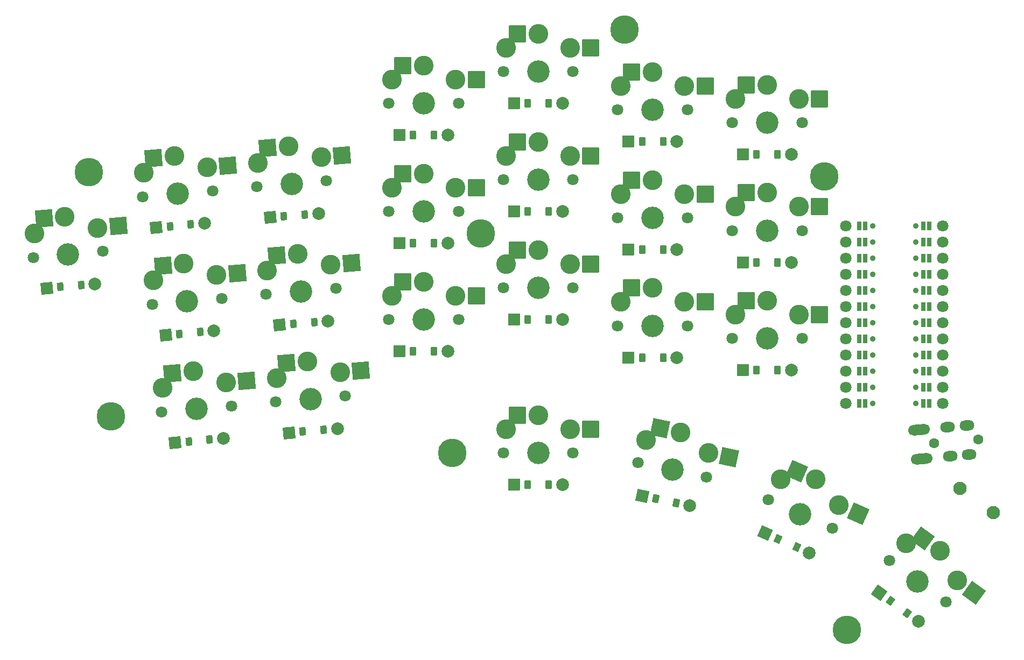
<source format=gbr>
%TF.GenerationSoftware,KiCad,Pcbnew,7.0.10*%
%TF.CreationDate,2024-02-18T22:51:37+03:00*%
%TF.ProjectId,jcuken_1,6a63756b-656e-45f3-912e-6b696361645f,0.1*%
%TF.SameCoordinates,Original*%
%TF.FileFunction,Soldermask,Bot*%
%TF.FilePolarity,Negative*%
%FSLAX46Y46*%
G04 Gerber Fmt 4.6, Leading zero omitted, Abs format (unit mm)*
G04 Created by KiCad (PCBNEW 7.0.10) date 2024-02-18 22:51:37*
%MOMM*%
%LPD*%
G01*
G04 APERTURE LIST*
G04 Aperture macros list*
%AMRoundRect*
0 Rectangle with rounded corners*
0 $1 Rounding radius*
0 $2 $3 $4 $5 $6 $7 $8 $9 X,Y pos of 4 corners*
0 Add a 4 corners polygon primitive as box body*
4,1,4,$2,$3,$4,$5,$6,$7,$8,$9,$2,$3,0*
0 Add four circle primitives for the rounded corners*
1,1,$1+$1,$2,$3*
1,1,$1+$1,$4,$5*
1,1,$1+$1,$6,$7*
1,1,$1+$1,$8,$9*
0 Add four rect primitives between the rounded corners*
20,1,$1+$1,$2,$3,$4,$5,0*
20,1,$1+$1,$4,$5,$6,$7,0*
20,1,$1+$1,$6,$7,$8,$9,0*
20,1,$1+$1,$8,$9,$2,$3,0*%
%AMHorizOval*
0 Thick line with rounded ends*
0 $1 width*
0 $2 $3 position (X,Y) of the first rounded end (center of the circle)*
0 $4 $5 position (X,Y) of the second rounded end (center of the circle)*
0 Add line between two ends*
20,1,$1,$2,$3,$4,$5,0*
0 Add two circle primitives to create the rounded ends*
1,1,$1,$2,$3*
1,1,$1,$4,$5*%
G04 Aperture macros list end*
%ADD10C,2.100000*%
%ADD11C,1.801800*%
%ADD12C,3.100000*%
%ADD13C,3.529000*%
%ADD14RoundRect,0.050000X-1.300000X-1.300000X1.300000X-1.300000X1.300000X1.300000X-1.300000X1.300000X0*%
%ADD15RoundRect,0.050000X-0.808136X-0.963099X0.963099X-0.808136X0.808136X0.963099X-0.963099X0.808136X0*%
%ADD16RoundRect,0.050000X-0.395994X-0.636937X0.500581X-0.558497X0.395994X0.636937X-0.500581X0.558497X0*%
%ADD17C,2.005000*%
%ADD18RoundRect,0.050000X-1.241757X-0.196675X0.196675X-1.241757X1.241757X0.196675X-0.196675X1.241757X0*%
%ADD19RoundRect,0.050000X-0.716729X-0.220907X0.011386X-0.749914X0.716729X0.220907X-0.011386X0.749914X0*%
%ADD20RoundRect,0.050000X-0.889000X-0.889000X0.889000X-0.889000X0.889000X0.889000X-0.889000X0.889000X0*%
%ADD21RoundRect,0.050000X-0.450000X-0.600000X0.450000X-0.600000X0.450000X0.600000X-0.450000X0.600000X0*%
%ADD22RoundRect,0.050000X-1.716367X-0.658851X0.658851X-1.716367X1.716367X0.658851X-0.658851X1.716367X0*%
%ADD23C,0.800000*%
%ADD24C,4.500000*%
%ADD25RoundRect,0.050000X-1.181751X-1.408356X1.408356X-1.181751X1.181751X1.408356X-1.408356X1.181751X0*%
%ADD26RoundRect,0.050000X-1.054407X-0.684740X0.684740X-1.054407X1.054407X0.684740X-0.684740X1.054407X0*%
%ADD27RoundRect,0.050000X-0.564913X-0.493328X0.315419X-0.680449X0.564913X0.493328X-0.315419X0.680449X0*%
%ADD28C,1.600000*%
%ADD29HorizOval,1.700000X-0.846765X-0.074082X0.846765X0.074082X0*%
%ADD30HorizOval,1.700000X-0.298858X-0.026147X0.298858X0.026147X0*%
%ADD31RoundRect,0.050000X-0.300000X-0.600000X0.300000X-0.600000X0.300000X0.600000X-0.300000X0.600000X0*%
%ADD32C,0.900000*%
%ADD33C,1.800000*%
%ADD34RoundRect,0.050000X-1.815843X-0.287601X0.287601X-1.815843X1.815843X0.287601X-0.287601X1.815843X0*%
%ADD35RoundRect,0.050000X-1.541877X-1.001307X1.001307X-1.541877X1.541877X1.001307X-1.001307X1.541877X0*%
%ADD36RoundRect,0.050000X-1.173731X-0.450553X0.450553X-1.173731X1.173731X0.450553X-0.450553X1.173731X0*%
%ADD37RoundRect,0.050000X-0.655137X-0.365096X0.167053X-0.731159X0.655137X0.365096X-0.167053X0.731159X0*%
G04 APERTURE END LIST*
D10*
%TO.C,B1*%
X201050073Y-102011086D03*
X195791463Y-98190482D03*
%TD*%
D11*
%TO.C,S16*%
X141993929Y-38639195D03*
D12*
X142493929Y-34889195D03*
X147493929Y-32689195D03*
X147493929Y-32689195D03*
D13*
X147493929Y-38639195D03*
D12*
X152493929Y-34889195D03*
D11*
X152993929Y-38639195D03*
D14*
X144218929Y-32689195D03*
X155768929Y-34889195D03*
%TD*%
D15*
%TO.C,D3*%
X70918197Y-74101048D03*
D16*
X73069978Y-73912792D03*
X76357420Y-73625178D03*
D17*
X78509201Y-73436922D03*
%TD*%
D18*
%TO.C,D23*%
X183141869Y-114648424D03*
D19*
X184889346Y-115918040D03*
X187559102Y-117857732D03*
D17*
X189306579Y-119127348D03*
%TD*%
D20*
%TO.C,D8*%
X107683929Y-76639195D03*
D21*
X109843929Y-76639195D03*
X113143929Y-76639195D03*
D17*
X115303929Y-76639195D03*
%TD*%
D20*
%TO.C,D18*%
X161683929Y-62639194D03*
D21*
X163843929Y-62639194D03*
X167143929Y-62639194D03*
D17*
X169303929Y-62639194D03*
%TD*%
D11*
%TO.C,S22*%
X165688096Y-100013667D03*
D12*
X167670131Y-96791240D03*
X173132679Y-96815124D03*
X173132679Y-96815124D03*
D13*
X170712596Y-102250719D03*
D12*
X176805586Y-100858607D03*
D11*
X175737096Y-104487771D03*
D22*
X170140818Y-95483061D03*
X179797447Y-102190669D03*
%TD*%
D15*
%TO.C,D2*%
X72399845Y-91036358D03*
D16*
X74551626Y-90848102D03*
X77839068Y-90560488D03*
D17*
X79990849Y-90372232D03*
%TD*%
D23*
%TO.C,_1*%
X57203387Y-48599331D03*
X57583135Y-47394925D03*
X57786509Y-49719497D03*
X58703301Y-46811803D03*
D24*
X58847108Y-48455524D03*
D23*
X58990915Y-50099245D03*
X59907707Y-47191551D03*
X60111081Y-49516123D03*
X60490829Y-48311717D03*
%TD*%
D11*
%TO.C,S18*%
X159993929Y-57639194D03*
D12*
X160493929Y-53889194D03*
X165493929Y-51689194D03*
X165493929Y-51689194D03*
D13*
X165493929Y-57639194D03*
D12*
X170493929Y-53889194D03*
D11*
X170993929Y-57639194D03*
D14*
X162218929Y-51689194D03*
X173768929Y-53889194D03*
%TD*%
D11*
%TO.C,S7*%
X85248706Y-50763256D03*
D12*
X85419969Y-46983948D03*
X90209200Y-44356541D03*
X90209200Y-44356541D03*
D13*
X90727777Y-50283899D03*
D12*
X95381916Y-46112390D03*
D11*
X96206848Y-49804542D03*
D25*
X86946663Y-44641976D03*
X98644454Y-45826955D03*
%TD*%
D23*
%TO.C,_3*%
X141443929Y-26039195D03*
X141927203Y-24872469D03*
X141927203Y-27205921D03*
X143093929Y-24389195D03*
D24*
X143093929Y-26039195D03*
D23*
X143093929Y-27689195D03*
X144260655Y-24872469D03*
X144260655Y-27205921D03*
X144743929Y-26039195D03*
%TD*%
D26*
%TO.C,D21*%
X145842068Y-99377422D03*
D27*
X147954866Y-99826512D03*
X151182754Y-100512620D03*
D17*
X153295552Y-100961710D03*
%TD*%
D11*
%TO.C,S14*%
X141993929Y-72639195D03*
D12*
X142493929Y-68889195D03*
X147493929Y-66689195D03*
X147493929Y-66689195D03*
D13*
X147493929Y-72639195D03*
D12*
X152493929Y-68889195D03*
D11*
X152993929Y-72639195D03*
D14*
X144218929Y-66689195D03*
X155768929Y-68889195D03*
%TD*%
D20*
%TO.C,D11*%
X125683929Y-71639195D03*
D21*
X127843929Y-71639195D03*
X131143929Y-71639195D03*
D17*
X133303929Y-71639195D03*
%TD*%
D15*
%TO.C,D1*%
X52202291Y-66704099D03*
D16*
X54354072Y-66515843D03*
X57641514Y-66228229D03*
D17*
X59793295Y-66039973D03*
%TD*%
D20*
%TO.C,D12*%
X125683929Y-54639195D03*
D21*
X127843929Y-54639195D03*
X131143929Y-54639195D03*
D17*
X133303929Y-54639195D03*
%TD*%
D20*
%TO.C,D15*%
X143683929Y-60639195D03*
D21*
X145843929Y-60639195D03*
X149143929Y-60639195D03*
D17*
X151303929Y-60639195D03*
%TD*%
D11*
%TO.C,S9*%
X105993929Y-54639194D03*
D12*
X106493929Y-50889194D03*
X111493929Y-48689194D03*
X111493929Y-48689194D03*
D13*
X111493929Y-54639194D03*
D12*
X116493929Y-50889194D03*
D11*
X116993929Y-54639194D03*
D14*
X108218929Y-48689194D03*
X119768929Y-50889194D03*
%TD*%
D11*
%TO.C,S19*%
X159993929Y-40639194D03*
D12*
X160493929Y-36889194D03*
X165493929Y-34689194D03*
X165493929Y-34689194D03*
D13*
X165493929Y-40639194D03*
D12*
X170493929Y-36889194D03*
D11*
X170993929Y-40639194D03*
D14*
X162218929Y-34689194D03*
X173768929Y-36889194D03*
%TD*%
D20*
%TO.C,D17*%
X161683929Y-79639195D03*
D21*
X163843929Y-79639195D03*
X167143929Y-79639195D03*
D17*
X169303929Y-79639195D03*
%TD*%
D11*
%TO.C,S1*%
X50082943Y-61870420D03*
D12*
X50254206Y-58091112D03*
X55043437Y-55463705D03*
X55043437Y-55463705D03*
D13*
X55562014Y-61391063D03*
D12*
X60216153Y-57219554D03*
D11*
X61041085Y-60911706D03*
D25*
X51780900Y-55749140D03*
X63478691Y-56934119D03*
%TD*%
D28*
%TO.C,TRRS1*%
X198699559Y-90487396D03*
X191726196Y-91097487D03*
D29*
X189383920Y-88993624D03*
X189784836Y-93576119D03*
D30*
X193916605Y-88597065D03*
X194317522Y-93179561D03*
X196905190Y-88335598D03*
X197306106Y-92918093D03*
%TD*%
D31*
%TO.C,MCU1*%
X180913929Y-56939195D03*
D32*
X188893929Y-56939195D03*
D33*
X193113929Y-56939195D03*
D31*
X180913929Y-59479195D03*
D32*
X188893929Y-59479195D03*
D33*
X193113929Y-59479195D03*
D31*
X180913929Y-62019195D03*
D32*
X188893929Y-62019195D03*
D33*
X193113929Y-62019195D03*
D31*
X180913929Y-64559195D03*
D32*
X188893929Y-64559195D03*
D33*
X193113929Y-64559195D03*
D31*
X180913929Y-67099195D03*
D32*
X188893929Y-67099195D03*
D33*
X193113929Y-67099195D03*
D31*
X180913929Y-69639195D03*
D32*
X188893929Y-69639195D03*
D33*
X193113929Y-69639195D03*
D31*
X180913929Y-72179195D03*
D32*
X188893929Y-72179195D03*
D33*
X193113929Y-72179195D03*
D31*
X180913929Y-74719195D03*
D32*
X188893929Y-74719195D03*
D33*
X193113929Y-74719195D03*
D31*
X180913929Y-77259195D03*
D32*
X188893929Y-77259195D03*
D33*
X193113929Y-77259195D03*
D31*
X180913929Y-79799195D03*
D32*
X188893929Y-79799195D03*
D33*
X193113929Y-79799195D03*
D31*
X180913929Y-82339195D03*
D32*
X188893929Y-82339195D03*
D33*
X193113929Y-82339195D03*
D31*
X180913929Y-84879195D03*
D32*
X188893929Y-84879195D03*
D33*
X193113929Y-84879195D03*
X177873929Y-84879195D03*
D31*
X180013929Y-84879195D03*
X190973929Y-84879195D03*
D33*
X177873929Y-82339195D03*
D31*
X180013929Y-82339195D03*
X190973929Y-82339195D03*
D33*
X177873929Y-79799195D03*
D31*
X180013929Y-79799195D03*
X190973929Y-79799195D03*
D33*
X177873929Y-77259195D03*
D31*
X180013929Y-77259195D03*
X190973929Y-77259195D03*
D33*
X177873929Y-74719195D03*
D31*
X180013929Y-74719195D03*
X190973929Y-74719195D03*
D33*
X177873929Y-72179195D03*
D31*
X180013929Y-72179195D03*
X190973929Y-72179195D03*
D33*
X177873929Y-69639195D03*
D31*
X180013929Y-69639195D03*
X190973929Y-69639195D03*
D33*
X177873929Y-67099195D03*
D31*
X180013929Y-67099195D03*
X190973929Y-67099195D03*
D33*
X177873929Y-64559195D03*
D31*
X180013929Y-64559195D03*
X190973929Y-64559195D03*
D33*
X177873929Y-62019195D03*
D31*
X180013929Y-62019195D03*
X190973929Y-62019195D03*
D33*
X177873929Y-59479195D03*
D31*
X180013929Y-59479195D03*
X190973929Y-59479195D03*
D33*
X177873929Y-56939195D03*
D31*
X180013929Y-56939195D03*
X190973929Y-56939195D03*
D32*
X182093929Y-84879195D03*
D31*
X190073929Y-84879195D03*
D32*
X182093929Y-82339195D03*
D31*
X190073929Y-82339195D03*
D32*
X182093929Y-79799195D03*
D31*
X190073929Y-79799195D03*
D32*
X182093929Y-77259195D03*
D31*
X190073929Y-77259195D03*
D32*
X182093929Y-74719195D03*
D31*
X190073929Y-74719195D03*
D32*
X182093929Y-72179195D03*
D31*
X190073929Y-72179195D03*
D32*
X182093929Y-69639195D03*
D31*
X190073929Y-69639195D03*
D32*
X182093929Y-67099195D03*
D31*
X190073929Y-67099195D03*
D32*
X182093929Y-64559195D03*
D31*
X190073929Y-64559195D03*
D32*
X182093929Y-62019195D03*
D31*
X190073929Y-62019195D03*
D32*
X182093929Y-59479195D03*
D31*
X190073929Y-59479195D03*
D32*
X182093929Y-56939195D03*
D31*
X190073929Y-56939195D03*
%TD*%
D20*
%TO.C,D19*%
X161683929Y-45639194D03*
D21*
X163843929Y-45639194D03*
X167143929Y-45639194D03*
D17*
X169303929Y-45639194D03*
%TD*%
D20*
%TO.C,D14*%
X143683929Y-77639195D03*
D21*
X145843929Y-77639195D03*
X149143929Y-77639195D03*
D17*
X151303929Y-77639195D03*
%TD*%
D15*
%TO.C,D5*%
X90331349Y-89467555D03*
D16*
X92483130Y-89279299D03*
X95770572Y-88991685D03*
D17*
X97922353Y-88803429D03*
%TD*%
D15*
%TO.C,D4*%
X69436549Y-57165739D03*
D16*
X71588330Y-56977483D03*
X74875772Y-56689869D03*
D17*
X77027553Y-56501613D03*
%TD*%
D11*
%TO.C,S8*%
X105993929Y-71639195D03*
D12*
X106493929Y-67889195D03*
X111493929Y-65689195D03*
X111493929Y-65689195D03*
D13*
X111493929Y-71639195D03*
D12*
X116493929Y-67889195D03*
D11*
X116993929Y-71639195D03*
D14*
X108218929Y-65689195D03*
X119768929Y-67889195D03*
%TD*%
D11*
%TO.C,S6*%
X86730354Y-67698566D03*
D12*
X86901617Y-63919258D03*
X91690848Y-61291851D03*
X91690848Y-61291851D03*
D13*
X92209425Y-67219209D03*
D12*
X96863564Y-63047700D03*
D11*
X97688496Y-66739852D03*
D25*
X88428311Y-61577286D03*
X100126102Y-62762265D03*
%TD*%
D23*
%TO.C,_4*%
X118843929Y-58139195D03*
X119327203Y-56972469D03*
X119327203Y-59305921D03*
X120493929Y-56489195D03*
D24*
X120493929Y-58139195D03*
D23*
X120493929Y-59789195D03*
X121660655Y-56972469D03*
X121660655Y-59305921D03*
X122143929Y-58139195D03*
%TD*%
D11*
%TO.C,S20*%
X123993929Y-92639194D03*
D12*
X124493929Y-88889194D03*
X129493929Y-86689194D03*
X129493929Y-86689194D03*
D13*
X129493929Y-92639194D03*
D12*
X134493929Y-88889194D03*
D11*
X134993929Y-92639194D03*
D14*
X126218929Y-86689194D03*
X137768929Y-88889194D03*
%TD*%
D11*
%TO.C,S17*%
X159993929Y-74639195D03*
D12*
X160493929Y-70889195D03*
X165493929Y-68689195D03*
X165493929Y-68689195D03*
D13*
X165493929Y-74639195D03*
D12*
X170493929Y-70889195D03*
D11*
X170993929Y-74639195D03*
D14*
X162218929Y-68689195D03*
X173768929Y-70889195D03*
%TD*%
D20*
%TO.C,D16*%
X143683929Y-43639195D03*
D21*
X145843929Y-43639195D03*
X149143929Y-43639195D03*
D17*
X151303929Y-43639195D03*
%TD*%
D23*
%TO.C,_7*%
X172843929Y-49139194D03*
X173327203Y-47972468D03*
X173327203Y-50305920D03*
X174493929Y-47489194D03*
D24*
X174493929Y-49139194D03*
D23*
X174493929Y-50789194D03*
X175660655Y-47972468D03*
X175660655Y-50305920D03*
X176143929Y-49139194D03*
%TD*%
D11*
%TO.C,S23*%
X184713557Y-109609982D03*
D12*
X187322260Y-106870061D03*
X192660472Y-108029150D03*
X192660472Y-108029150D03*
D13*
X189163150Y-112842801D03*
D12*
X195412430Y-112747914D03*
D11*
X193612743Y-116075620D03*
D34*
X190010942Y-106104153D03*
X198061960Y-114672910D03*
%TD*%
D11*
%TO.C,S4*%
X67317202Y-52332059D03*
D12*
X67488465Y-48552751D03*
X72277696Y-45925344D03*
X72277696Y-45925344D03*
D13*
X72796273Y-51852702D03*
D12*
X77450412Y-47681193D03*
D11*
X78275344Y-51373345D03*
D25*
X69015159Y-46210779D03*
X80712950Y-47395758D03*
%TD*%
D20*
%TO.C,D13*%
X125683929Y-37639194D03*
D21*
X127843929Y-37639194D03*
X131143929Y-37639194D03*
D17*
X133303929Y-37639194D03*
%TD*%
D15*
%TO.C,D7*%
X87368054Y-55596935D03*
D16*
X89519835Y-55408679D03*
X92807277Y-55121065D03*
D17*
X94959058Y-54932809D03*
%TD*%
D11*
%TO.C,S3*%
X68798849Y-69267369D03*
D12*
X68970112Y-65488061D03*
X73759343Y-62860654D03*
X73759343Y-62860654D03*
D13*
X74277920Y-68788012D03*
D12*
X78932059Y-64616503D03*
D11*
X79756991Y-68308655D03*
D25*
X70496806Y-63146089D03*
X82194597Y-64331068D03*
%TD*%
D11*
%TO.C,S10*%
X105993929Y-37639194D03*
D12*
X106493929Y-33889194D03*
X111493929Y-31689194D03*
X111493929Y-31689194D03*
D13*
X111493929Y-37639194D03*
D12*
X116493929Y-33889194D03*
D11*
X116993929Y-37639194D03*
D14*
X108218929Y-31689194D03*
X119768929Y-33889194D03*
%TD*%
D15*
%TO.C,D6*%
X88849701Y-72532245D03*
D16*
X91001482Y-72343989D03*
X94288924Y-72056375D03*
D17*
X96440705Y-71868119D03*
%TD*%
D11*
%TO.C,S11*%
X123993929Y-66639195D03*
D12*
X124493929Y-62889195D03*
X129493929Y-60689195D03*
X129493929Y-60689195D03*
D13*
X129493929Y-66639195D03*
D12*
X134493929Y-62889195D03*
D11*
X134993929Y-66639195D03*
D14*
X126218929Y-60689195D03*
X137768929Y-62889195D03*
%TD*%
D23*
%TO.C,_5*%
X114343929Y-92639194D03*
X114827203Y-91472468D03*
X114827203Y-93805920D03*
X115993929Y-90989194D03*
D24*
X115993929Y-92639194D03*
D23*
X115993929Y-94289194D03*
X117160655Y-91472468D03*
X117160655Y-93805920D03*
X117643929Y-92639194D03*
%TD*%
%TO.C,_2*%
X60667218Y-87043731D03*
X61046966Y-85839325D03*
X61250340Y-88163897D03*
X62167132Y-85256203D03*
D24*
X62310939Y-86899924D03*
D23*
X62454746Y-88543645D03*
X63371538Y-85635951D03*
X63574912Y-87960523D03*
X63954660Y-86756117D03*
%TD*%
D11*
%TO.C,S5*%
X88212001Y-84633875D03*
D12*
X88383264Y-80854567D03*
X93172495Y-78227160D03*
X93172495Y-78227160D03*
D13*
X93691072Y-84154518D03*
D12*
X98345211Y-79983009D03*
D11*
X99170143Y-83675161D03*
D25*
X89909958Y-78512595D03*
X101607749Y-79697574D03*
%TD*%
D11*
%TO.C,S2*%
X70280497Y-86202679D03*
D12*
X70451760Y-82423371D03*
X75240991Y-79795964D03*
X75240991Y-79795964D03*
D13*
X75759568Y-85723322D03*
D12*
X80413707Y-81551813D03*
D11*
X81238639Y-85243965D03*
D25*
X71978454Y-80081399D03*
X83676245Y-81266378D03*
%TD*%
D11*
%TO.C,S21*%
X145228557Y-94135314D03*
D12*
X146497300Y-90571216D03*
X151845444Y-89458850D03*
X151845444Y-89458850D03*
D13*
X150608369Y-95278828D03*
D12*
X156278776Y-92650333D03*
D11*
X155988181Y-96422342D03*
D35*
X148642010Y-88777939D03*
X159482209Y-93331244D03*
%TD*%
D20*
%TO.C,D9*%
X107683929Y-59639194D03*
D21*
X109843929Y-59639194D03*
X113143929Y-59639194D03*
D17*
X115303929Y-59639194D03*
%TD*%
D23*
%TO.C,_6*%
X176693433Y-119542888D03*
X177770194Y-118883049D03*
X176398626Y-120770851D03*
X178998157Y-119177856D03*
D24*
X178028311Y-120512734D03*
D23*
X177058465Y-121847612D03*
X179657996Y-120254617D03*
X178286428Y-122142419D03*
X179363189Y-121482580D03*
%TD*%
D20*
%TO.C,D20*%
X125683929Y-97639194D03*
D21*
X127843929Y-97639194D03*
X131143929Y-97639194D03*
D17*
X133303929Y-97639194D03*
%TD*%
D11*
%TO.C,S13*%
X123993929Y-32639194D03*
D12*
X124493929Y-28889194D03*
X129493929Y-26689194D03*
X129493929Y-26689194D03*
D13*
X129493929Y-32639194D03*
D12*
X134493929Y-28889194D03*
D11*
X134993929Y-32639194D03*
D14*
X126218929Y-26689194D03*
X137768929Y-28889194D03*
%TD*%
D36*
%TO.C,D22*%
X165198305Y-105268779D03*
D37*
X167171563Y-106147331D03*
X170186263Y-107489561D03*
D17*
X172159521Y-108368113D03*
%TD*%
D20*
%TO.C,D10*%
X107683929Y-42639194D03*
D21*
X109843929Y-42639194D03*
X113143929Y-42639194D03*
D17*
X115303929Y-42639194D03*
%TD*%
D11*
%TO.C,S15*%
X141993929Y-55639195D03*
D12*
X142493929Y-51889195D03*
X147493929Y-49689195D03*
X147493929Y-49689195D03*
D13*
X147493929Y-55639195D03*
D12*
X152493929Y-51889195D03*
D11*
X152993929Y-55639195D03*
D14*
X144218929Y-49689195D03*
X155768929Y-51889195D03*
%TD*%
D11*
%TO.C,S12*%
X123993929Y-49639195D03*
D12*
X124493929Y-45889195D03*
X129493929Y-43689195D03*
X129493929Y-43689195D03*
D13*
X129493929Y-49639195D03*
D12*
X134493929Y-45889195D03*
D11*
X134993929Y-49639195D03*
D14*
X126218929Y-43689195D03*
X137768929Y-45889195D03*
%TD*%
M02*

</source>
